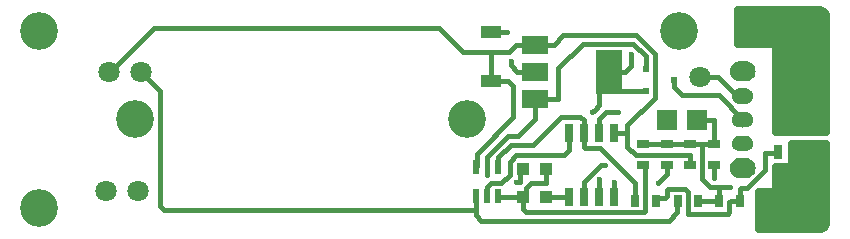
<source format=gbr>
G04 #@! TF.GenerationSoftware,KiCad,Pcbnew,5.1.0-unknown-9e240db~82~ubuntu18.04.1*
G04 #@! TF.CreationDate,2019-04-19T11:17:41+02:00*
G04 #@! TF.ProjectId,VoltMax PWM Board B,566f6c74-4d61-4782-9050-574d20426f61,rev?*
G04 #@! TF.SameCoordinates,Original*
G04 #@! TF.FileFunction,Copper,L2,Bot*
G04 #@! TF.FilePolarity,Positive*
%FSLAX46Y46*%
G04 Gerber Fmt 4.6, Leading zero omitted, Abs format (unit mm)*
G04 Created by KiCad (PCBNEW 5.1.0-unknown-9e240db~82~ubuntu18.04.1) date 2019-04-19 11:17:41*
%MOMM*%
%LPD*%
G04 APERTURE LIST*
%ADD10C,0.100000*%
%ADD11C,3.200000*%
%ADD12C,1.700000*%
%ADD13C,1.300000*%
%ADD14R,4.700000X1.500000*%
%ADD15R,4.200000X3.100000*%
%ADD16R,0.700000X1.150000*%
%ADD17C,4.000000*%
%ADD18R,1.800000X1.800000*%
%ADD19R,1.000000X0.670000*%
%ADD20R,1.000000X1.000000*%
%ADD21R,1.720000X1.120000*%
%ADD22R,0.650000X1.525000*%
%ADD23R,2.200000X3.800000*%
%ADD24R,2.200000X1.500000*%
%ADD25R,0.575000X0.620000*%
%ADD26R,0.670000X1.000000*%
%ADD27R,0.600000X1.200000*%
%ADD28C,1.800000*%
%ADD29C,0.400000*%
%ADD30C,0.400000*%
%ADD31C,0.500000*%
G04 APERTURE END LIST*
D10*
G36*
X176980000Y-105089000D02*
G01*
X177113000Y-105079000D01*
X177242000Y-105047000D01*
X177365000Y-104996000D01*
X177479000Y-104927000D01*
X177580000Y-104840000D01*
X177667000Y-104739000D01*
X177736000Y-104625000D01*
X177787000Y-104502000D01*
X177819000Y-104373000D01*
X177829000Y-104240000D01*
X177819000Y-104107000D01*
X177787000Y-103978000D01*
X177736000Y-103855000D01*
X177667000Y-103741000D01*
X177580000Y-103640000D01*
X177479000Y-103553000D01*
X177365000Y-103484000D01*
X177242000Y-103433000D01*
X177113000Y-103401000D01*
X176980000Y-103391000D01*
X176480000Y-103391000D01*
X176347000Y-103401000D01*
X176218000Y-103433000D01*
X176095000Y-103484000D01*
X175981000Y-103553000D01*
X175880000Y-103640000D01*
X175793000Y-103741000D01*
X175724000Y-103855000D01*
X175673000Y-103978000D01*
X175641000Y-104107000D01*
X175631000Y-104240000D01*
X175641000Y-104373000D01*
X175673000Y-104502000D01*
X175724000Y-104625000D01*
X175793000Y-104739000D01*
X175880000Y-104840000D01*
X175981000Y-104927000D01*
X176095000Y-104996000D01*
X176218000Y-105047000D01*
X176347000Y-105079000D01*
X176480000Y-105089000D01*
X176980000Y-105089000D01*
G37*
G36*
X176980000Y-96889000D02*
G01*
X177113000Y-96879000D01*
X177242000Y-96847000D01*
X177365000Y-96796000D01*
X177479000Y-96727000D01*
X177580000Y-96640000D01*
X177667000Y-96539000D01*
X177736000Y-96425000D01*
X177787000Y-96302000D01*
X177819000Y-96173000D01*
X177829000Y-96040000D01*
X177819000Y-95907000D01*
X177787000Y-95778000D01*
X177736000Y-95655000D01*
X177667000Y-95541000D01*
X177580000Y-95440000D01*
X177479000Y-95353000D01*
X177365000Y-95284000D01*
X177242000Y-95233000D01*
X177113000Y-95201000D01*
X176980000Y-95191000D01*
X176480000Y-95191000D01*
X176347000Y-95201000D01*
X176218000Y-95233000D01*
X176095000Y-95284000D01*
X175981000Y-95353000D01*
X175880000Y-95440000D01*
X175793000Y-95541000D01*
X175724000Y-95655000D01*
X175673000Y-95778000D01*
X175641000Y-95907000D01*
X175631000Y-96040000D01*
X175641000Y-96173000D01*
X175673000Y-96302000D01*
X175724000Y-96425000D01*
X175793000Y-96539000D01*
X175880000Y-96640000D01*
X175981000Y-96727000D01*
X176095000Y-96796000D01*
X176218000Y-96847000D01*
X176347000Y-96879000D01*
X176480000Y-96889000D01*
X176980000Y-96889000D01*
G37*
G36*
X176980000Y-102789000D02*
G01*
X177082000Y-102781000D01*
X177181000Y-102757000D01*
X177275000Y-102718000D01*
X177361000Y-102665000D01*
X177439000Y-102599000D01*
X177505000Y-102521000D01*
X177558000Y-102435000D01*
X177597000Y-102341000D01*
X177621000Y-102242000D01*
X177629000Y-102140000D01*
X177621000Y-102038000D01*
X177597000Y-101939000D01*
X177558000Y-101845000D01*
X177505000Y-101759000D01*
X177439000Y-101681000D01*
X177361000Y-101615000D01*
X177275000Y-101562000D01*
X177181000Y-101523000D01*
X177082000Y-101499000D01*
X176980000Y-101491000D01*
X176480000Y-101491000D01*
X176378000Y-101499000D01*
X176279000Y-101523000D01*
X176185000Y-101562000D01*
X176099000Y-101615000D01*
X176021000Y-101681000D01*
X175955000Y-101759000D01*
X175902000Y-101845000D01*
X175863000Y-101939000D01*
X175839000Y-102038000D01*
X175831000Y-102140000D01*
X175839000Y-102242000D01*
X175863000Y-102341000D01*
X175902000Y-102435000D01*
X175955000Y-102521000D01*
X176021000Y-102599000D01*
X176099000Y-102665000D01*
X176185000Y-102718000D01*
X176279000Y-102757000D01*
X176378000Y-102781000D01*
X176480000Y-102789000D01*
X176980000Y-102789000D01*
G37*
G36*
X176980000Y-100789000D02*
G01*
X177082000Y-100781000D01*
X177181000Y-100757000D01*
X177275000Y-100718000D01*
X177361000Y-100665000D01*
X177439000Y-100599000D01*
X177505000Y-100521000D01*
X177558000Y-100435000D01*
X177597000Y-100341000D01*
X177621000Y-100242000D01*
X177629000Y-100140000D01*
X177621000Y-100038000D01*
X177597000Y-99939000D01*
X177558000Y-99845000D01*
X177505000Y-99759000D01*
X177439000Y-99681000D01*
X177361000Y-99615000D01*
X177275000Y-99562000D01*
X177181000Y-99523000D01*
X177082000Y-99499000D01*
X176980000Y-99491000D01*
X176480000Y-99491000D01*
X176378000Y-99499000D01*
X176279000Y-99523000D01*
X176185000Y-99562000D01*
X176099000Y-99615000D01*
X176021000Y-99681000D01*
X175955000Y-99759000D01*
X175902000Y-99845000D01*
X175863000Y-99939000D01*
X175839000Y-100038000D01*
X175831000Y-100140000D01*
X175839000Y-100242000D01*
X175863000Y-100341000D01*
X175902000Y-100435000D01*
X175955000Y-100521000D01*
X176021000Y-100599000D01*
X176099000Y-100665000D01*
X176185000Y-100718000D01*
X176279000Y-100757000D01*
X176378000Y-100781000D01*
X176480000Y-100789000D01*
X176980000Y-100789000D01*
G37*
G36*
X176980000Y-98789000D02*
G01*
X177082000Y-98781000D01*
X177181000Y-98757000D01*
X177275000Y-98718000D01*
X177361000Y-98665000D01*
X177439000Y-98599000D01*
X177505000Y-98521000D01*
X177558000Y-98435000D01*
X177597000Y-98341000D01*
X177621000Y-98242000D01*
X177629000Y-98140000D01*
X177621000Y-98038000D01*
X177597000Y-97939000D01*
X177558000Y-97845000D01*
X177505000Y-97759000D01*
X177439000Y-97681000D01*
X177361000Y-97615000D01*
X177275000Y-97562000D01*
X177181000Y-97523000D01*
X177082000Y-97499000D01*
X176980000Y-97491000D01*
X176480000Y-97491000D01*
X176378000Y-97499000D01*
X176279000Y-97523000D01*
X176185000Y-97562000D01*
X176099000Y-97615000D01*
X176021000Y-97681000D01*
X175955000Y-97759000D01*
X175902000Y-97845000D01*
X175863000Y-97939000D01*
X175839000Y-98038000D01*
X175831000Y-98140000D01*
X175839000Y-98242000D01*
X175863000Y-98341000D01*
X175902000Y-98435000D01*
X175955000Y-98521000D01*
X176021000Y-98599000D01*
X176099000Y-98665000D01*
X176185000Y-98718000D01*
X176279000Y-98757000D01*
X176378000Y-98781000D01*
X176480000Y-98789000D01*
X176980000Y-98789000D01*
G37*
D11*
X153400000Y-100100000D03*
D12*
X176730000Y-104240000D03*
X176730000Y-96040000D03*
D13*
X176730000Y-102140000D03*
X176730000Y-100140000D03*
X176730000Y-98140000D03*
D14*
X181650000Y-97450000D03*
D15*
X181650000Y-99750000D03*
D16*
X179745000Y-102925000D03*
X181015000Y-102925000D03*
X182285000Y-102925000D03*
X183555000Y-102925000D03*
D17*
X181600000Y-93090000D03*
X181600000Y-107220000D03*
D11*
X117169000Y-107644000D03*
X117169000Y-92643600D03*
X171309000Y-92643600D03*
X125300000Y-100100000D03*
D18*
X170340000Y-100144000D03*
X172880000Y-100144000D03*
D19*
X168300000Y-102225000D03*
X168300000Y-103975000D03*
X170300000Y-102225000D03*
X170300000Y-103975000D03*
X172300000Y-102225000D03*
X172300000Y-103975000D03*
X174300000Y-102225000D03*
X174300000Y-103975000D03*
D20*
X160050000Y-104300000D03*
X158150000Y-104300000D03*
X158150000Y-106700000D03*
X160050000Y-106700000D03*
D21*
X155400000Y-96875000D03*
X155400000Y-92725000D03*
D22*
X165805000Y-101288000D03*
X164535000Y-101288000D03*
X163265000Y-101288000D03*
X161995000Y-101288000D03*
X161995000Y-106712000D03*
X163265000Y-106712000D03*
X164535000Y-106712000D03*
X165805000Y-106712000D03*
D23*
X165450000Y-96100000D03*
D24*
X159150000Y-98400000D03*
X159150000Y-96100000D03*
X159150000Y-93800000D03*
D25*
X170888000Y-96800000D03*
X168512000Y-95850000D03*
X168512000Y-97750000D03*
D26*
X174725000Y-107000000D03*
X176475000Y-107000000D03*
X172975000Y-107000000D03*
X171225000Y-107000000D03*
X169375000Y-107000000D03*
X167625000Y-107000000D03*
D27*
X156050000Y-104150000D03*
X154150000Y-104150000D03*
X154150000Y-106650000D03*
X155100000Y-106650000D03*
X156050000Y-106650000D03*
D28*
X173100000Y-96500000D03*
X125800000Y-96100000D03*
X123100000Y-96100000D03*
X122800000Y-106200000D03*
X125500000Y-106200000D03*
D29*
X166200000Y-99500000D03*
X167316200Y-94592000D03*
X161571400Y-103161200D03*
X179500000Y-109200000D03*
X178100000Y-109200000D03*
X178800000Y-109200000D03*
X178800000Y-108500000D03*
X178100000Y-108500000D03*
X178100000Y-107800000D03*
X178800000Y-107800000D03*
X178100000Y-107100000D03*
X178800000Y-107100000D03*
X178800000Y-106400000D03*
X183800000Y-105000000D03*
X179600000Y-105000000D03*
X179600000Y-104300000D03*
X180300000Y-104300000D03*
X183800000Y-104300000D03*
X183100000Y-104300000D03*
X181700000Y-104300000D03*
X181000000Y-104300000D03*
X182400000Y-104300000D03*
X183100000Y-103600000D03*
X181000000Y-103600000D03*
X181700000Y-103600000D03*
X182400000Y-103600000D03*
X183800000Y-103600000D03*
X182400000Y-102900000D03*
X181000000Y-102900000D03*
X183800000Y-102900000D03*
X181700000Y-102900000D03*
X183100000Y-102900000D03*
X183800000Y-102200000D03*
X183100000Y-102200000D03*
X182400000Y-102200000D03*
X181700000Y-102200000D03*
X181000000Y-102200000D03*
X178100000Y-106400000D03*
X175634150Y-105865850D03*
X157100004Y-95199996D03*
X164000000Y-99500000D03*
X164599982Y-105199979D03*
X179600000Y-95400000D03*
X183800000Y-95400000D03*
X183800000Y-96100000D03*
X183100000Y-96100000D03*
X182400000Y-96100000D03*
X183100000Y-96800000D03*
X182400000Y-96800000D03*
X183800000Y-96800000D03*
X183100000Y-97500000D03*
X183800000Y-97500000D03*
X182400000Y-97500000D03*
X182400000Y-98200000D03*
X182400000Y-98900000D03*
X183800000Y-98200000D03*
X183800000Y-100300000D03*
X183800000Y-99600000D03*
X183800000Y-98900000D03*
X183800000Y-101000000D03*
X180300000Y-101000000D03*
X183100000Y-100300000D03*
X181000000Y-101000000D03*
X182400000Y-100300000D03*
X181000000Y-100300000D03*
X181700000Y-99600000D03*
X183100000Y-101000000D03*
X183100000Y-98200000D03*
X181700000Y-100300000D03*
X181000000Y-99600000D03*
X179600000Y-99600000D03*
X179600000Y-101000000D03*
X182400000Y-101000000D03*
X180300000Y-100300000D03*
X182400000Y-99600000D03*
X180300000Y-99600000D03*
X179600000Y-100300000D03*
X183100000Y-99600000D03*
X183100000Y-98900000D03*
X181700000Y-101000000D03*
X180300000Y-96800000D03*
X181700000Y-98900000D03*
X181700000Y-96800000D03*
X180300000Y-97500000D03*
X181000000Y-98900000D03*
X181700000Y-97500000D03*
X181700000Y-96100000D03*
X180300000Y-98900000D03*
X181000000Y-96800000D03*
X181000000Y-96100000D03*
X179600000Y-97500000D03*
X179600000Y-98900000D03*
X181000000Y-97500000D03*
X181700000Y-98200000D03*
X179600000Y-96100000D03*
X180300000Y-96100000D03*
X179600000Y-96800000D03*
X179600000Y-98200000D03*
X180300000Y-98200000D03*
X181000000Y-98200000D03*
X178400000Y-93700000D03*
X176400000Y-93700000D03*
X177100000Y-93700000D03*
X177750000Y-93700000D03*
X177100000Y-93000000D03*
X178400000Y-93000000D03*
X176400000Y-93000000D03*
X177750000Y-93000000D03*
X177100000Y-92300000D03*
X178400000Y-92300000D03*
X177750000Y-92300000D03*
X176400000Y-92300000D03*
X178400000Y-91600000D03*
X177750000Y-91600000D03*
X177100000Y-91600000D03*
X179100000Y-90900000D03*
X178400000Y-90900000D03*
X176400000Y-91600000D03*
X177750000Y-90900000D03*
X177100000Y-90900000D03*
X176400000Y-90900000D03*
X165801800Y-105446000D03*
X157500000Y-105400000D03*
X156782600Y-92702700D03*
X174300001Y-105064490D03*
X165100000Y-104000000D03*
X169532000Y-105488900D03*
X155100011Y-104799989D03*
D30*
X164535000Y-101288000D02*
X164535000Y-100125500D01*
X165917158Y-99500000D02*
X166200000Y-99500000D01*
X165160500Y-99500000D02*
X165917158Y-99500000D01*
X164535000Y-100125500D02*
X165160500Y-99500000D01*
X156050000Y-106650000D02*
X156100000Y-106700000D01*
X156200000Y-106700000D02*
X158150000Y-106700000D01*
X156100000Y-106700000D02*
X156200000Y-106700000D01*
X158150000Y-106700000D02*
X158286000Y-106700000D01*
X158400000Y-105900000D02*
X158400000Y-106450000D01*
X158800000Y-105500000D02*
X158400000Y-105900000D01*
X160050000Y-104300000D02*
X160050000Y-105500000D01*
X160050000Y-105500000D02*
X158800000Y-105500000D01*
X168460001Y-107900001D02*
X168460001Y-104260001D01*
X168360001Y-108000001D02*
X168460001Y-107900001D01*
X158150000Y-106700000D02*
X158150000Y-107750000D01*
X158150000Y-107750000D02*
X158400000Y-108000001D01*
X158400000Y-108000001D02*
X168360001Y-108000001D01*
X172300000Y-102225000D02*
X171300300Y-102225000D01*
X170300000Y-102225000D02*
X171300300Y-102225000D01*
X170300000Y-102225000D02*
X168300000Y-102225000D01*
X172300000Y-102225000D02*
X174300000Y-102225000D01*
X172936000Y-100200000D02*
X172880000Y-100144000D01*
X174300000Y-102225000D02*
X174300000Y-100200000D01*
X174300000Y-100200000D02*
X172936000Y-100200000D01*
X174600000Y-107000000D02*
X173075000Y-107000000D01*
X174725000Y-105975000D02*
X174834150Y-105865850D01*
X174725000Y-107000000D02*
X174725000Y-105975000D01*
X174834150Y-105865850D02*
X175634150Y-105865850D01*
X161995000Y-102737600D02*
X161571400Y-103161200D01*
X161995000Y-101288000D02*
X161995000Y-102737600D01*
X159150000Y-96100000D02*
X157650000Y-96100000D01*
X157650000Y-96100000D02*
X157100004Y-95550004D01*
X157100004Y-95550004D02*
X157100004Y-95482838D01*
X157100004Y-95482838D02*
X157100004Y-95199996D01*
X166800000Y-96100000D02*
X165450000Y-96100000D01*
X167316200Y-94592000D02*
X167316200Y-95583800D01*
X167316200Y-95583800D02*
X166800000Y-96100000D01*
X165450000Y-97150000D02*
X165450000Y-96100000D01*
X168512000Y-97750000D02*
X166050000Y-97750000D01*
X166050000Y-97750000D02*
X165450000Y-97150000D01*
X164600000Y-96650000D02*
X164600000Y-98900000D01*
X164600000Y-98900000D02*
X164199999Y-99300001D01*
X164199999Y-99300001D02*
X164000000Y-99500000D01*
X173965850Y-105865850D02*
X174834150Y-105865850D01*
X173300000Y-105200000D02*
X173965850Y-105865850D01*
X174300000Y-102225000D02*
X173300000Y-102225000D01*
X173300000Y-102225000D02*
X173300000Y-105200000D01*
X161571400Y-103161200D02*
X157541300Y-103161200D01*
X157000000Y-104818900D02*
X156269200Y-105549700D01*
X156269200Y-105549700D02*
X155386302Y-105549700D01*
X157541300Y-103161200D02*
X157000000Y-103702500D01*
X157000000Y-103702500D02*
X157000000Y-104818900D01*
X155386302Y-105549700D02*
X155100000Y-105836002D01*
X155100000Y-105836002D02*
X155100000Y-106650000D01*
X164600000Y-106647039D02*
X164600000Y-105200000D01*
X179670000Y-103000000D02*
X179745000Y-102925000D01*
X176475000Y-106025000D02*
X176600000Y-105900000D01*
X176475000Y-106800000D02*
X176475000Y-106025000D01*
X176600000Y-105900000D02*
X177068002Y-105900000D01*
X177068002Y-105900000D02*
X178600000Y-104368002D01*
X178600000Y-104368002D02*
X178600000Y-103000000D01*
X178600000Y-103000000D02*
X179670000Y-103000000D01*
X170289999Y-106099999D02*
X170289999Y-106645039D01*
X171860001Y-105999999D02*
X170389999Y-105999999D01*
X170389999Y-105999999D02*
X170289999Y-106099999D01*
X172100000Y-106239998D02*
X171860001Y-105999999D01*
X175740000Y-107000000D02*
X175600000Y-107140000D01*
X170135038Y-106800000D02*
X169475000Y-106800000D01*
X176475000Y-107000000D02*
X175740000Y-107000000D01*
X175600000Y-107140000D02*
X175600000Y-108000000D01*
X170289999Y-106645039D02*
X170135038Y-106800000D01*
X175600000Y-108000000D02*
X175500000Y-108100000D01*
X175500000Y-108100000D02*
X172100000Y-108100000D01*
X172100000Y-108100000D02*
X172100000Y-106239998D01*
X176285000Y-98140000D02*
X176730000Y-98140000D01*
X173100000Y-96500000D02*
X174645000Y-96500000D01*
X174645000Y-96500000D02*
X176285000Y-98140000D01*
X174690000Y-98100000D02*
X176730000Y-100140000D01*
X171600000Y-98100000D02*
X174690000Y-98100000D01*
X170900000Y-96900000D02*
X170900000Y-97400000D01*
X170900000Y-97400000D02*
X171600000Y-98100000D01*
X160100000Y-106700000D02*
X160050000Y-106700000D01*
X161995000Y-106712000D02*
X160112000Y-106712000D01*
X160112000Y-106712000D02*
X160100000Y-106700000D01*
X165805000Y-105449200D02*
X165801800Y-105446000D01*
X165805000Y-106712000D02*
X165805000Y-105449200D01*
X157500000Y-105400000D02*
X157900000Y-105400000D01*
X157900000Y-105400000D02*
X157900000Y-105000000D01*
X157900000Y-104349989D02*
X157900000Y-105000000D01*
X157900000Y-105000000D02*
X157900000Y-105200000D01*
X174300000Y-103975000D02*
X174300001Y-104781648D01*
X174300001Y-104781648D02*
X174300001Y-105064490D01*
X164717158Y-104000000D02*
X164817158Y-104000000D01*
X163265000Y-106712000D02*
X163265000Y-105452158D01*
X163265000Y-105452158D02*
X164717158Y-104000000D01*
X164817158Y-104000000D02*
X165100000Y-104000000D01*
X156779900Y-92700000D02*
X156782600Y-92702700D01*
X155400000Y-92725000D02*
X155425000Y-92700000D01*
X155425000Y-92700000D02*
X156779900Y-92700000D01*
X163265000Y-102450500D02*
X163265000Y-101288000D01*
X163365300Y-102550800D02*
X163265000Y-102450500D01*
X167600000Y-105510035D02*
X164640765Y-102550800D01*
X167725000Y-106800000D02*
X167600000Y-106675000D01*
X164640765Y-102550800D02*
X163365300Y-102550800D01*
X167600000Y-106675000D02*
X167600000Y-105510035D01*
X163265000Y-100201004D02*
X163265000Y-101288000D01*
X156050000Y-103350000D02*
X157100000Y-102300000D01*
X156050000Y-104150000D02*
X156050000Y-103350000D01*
X157100000Y-102300000D02*
X158995498Y-102300000D01*
X161359496Y-99936002D02*
X162999998Y-99936002D01*
X162999998Y-99936002D02*
X163265000Y-100201004D01*
X158995498Y-102300000D02*
X161359496Y-99936002D01*
X170300000Y-104720900D02*
X169532000Y-105488900D01*
X170300000Y-103975000D02*
X170300000Y-104720900D01*
X161100000Y-98400000D02*
X159150000Y-98400000D01*
X161100000Y-95800000D02*
X161100000Y-98400000D01*
X167414200Y-93699600D02*
X163200400Y-93699600D01*
X163200400Y-93699600D02*
X161100000Y-95800000D01*
X168512000Y-95850000D02*
X168512000Y-94797400D01*
X168512000Y-94797400D02*
X167414200Y-93699600D01*
X155100011Y-104517147D02*
X155100011Y-104799989D01*
X155100011Y-103299987D02*
X155100011Y-104517147D01*
X156899998Y-101500000D02*
X155100011Y-103299987D01*
X157700000Y-101500000D02*
X156899998Y-101500000D01*
X159150000Y-98400000D02*
X159150000Y-100050000D01*
X159150000Y-100050000D02*
X157700000Y-101500000D01*
X159150000Y-93800000D02*
X157549700Y-93800000D01*
X155400000Y-94384900D02*
X155400000Y-96875000D01*
X155400000Y-94384900D02*
X156964800Y-94384900D01*
X156964800Y-94384900D02*
X157549700Y-93800000D01*
X166966500Y-101288000D02*
X166966500Y-102446500D01*
X166966500Y-102446500D02*
X167659700Y-103139700D01*
X167659700Y-103139700D02*
X172300000Y-103139700D01*
X160750300Y-93800000D02*
X161551000Y-92999300D01*
X161551000Y-92999300D02*
X167715600Y-92999300D01*
X167715600Y-92999300D02*
X169299800Y-94583500D01*
X169299800Y-94583500D02*
X169299800Y-98271200D01*
X169299800Y-98271200D02*
X166966500Y-100604500D01*
X166966500Y-100604500D02*
X166966500Y-101288000D01*
X166966500Y-101288000D02*
X165805000Y-101288000D01*
X172300000Y-103975000D02*
X172300000Y-103139700D01*
X159150000Y-93800000D02*
X160750300Y-93800000D01*
X156875000Y-96875000D02*
X155400000Y-96875000D01*
X154150000Y-104150000D02*
X154200000Y-104100000D01*
X157300000Y-97300000D02*
X156875000Y-96875000D01*
X157300000Y-99920072D02*
X157300000Y-97300000D01*
X154200000Y-103020072D02*
X157300000Y-99920072D01*
X154200000Y-104100000D02*
X154200000Y-103020072D01*
X127800000Y-92400000D02*
X126900000Y-92400000D01*
X127813410Y-92386590D02*
X127800000Y-92400000D01*
X126900000Y-92400000D02*
X123200000Y-96100000D01*
X155400000Y-94384900D02*
X153034586Y-94384900D01*
X151036276Y-92386590D02*
X127813410Y-92386590D01*
X153034586Y-94384900D02*
X151036276Y-92386590D01*
X154150000Y-106650000D02*
X154150000Y-107750300D01*
X171200000Y-108000000D02*
X171200000Y-106875000D01*
X170499988Y-108700012D02*
X171200000Y-108000000D01*
X154600012Y-108700012D02*
X170499988Y-108700012D01*
X154150000Y-107750300D02*
X154150000Y-108250000D01*
X154150000Y-108250000D02*
X154600012Y-108700012D01*
X154149700Y-107750300D02*
X154150000Y-107750300D01*
X127423090Y-97723090D02*
X127423090Y-107459776D01*
X154100000Y-107800000D02*
X154149700Y-107750300D01*
X125800000Y-96100000D02*
X127423090Y-97723090D01*
X154096610Y-107796610D02*
X154100000Y-107800000D01*
X127423090Y-107459776D02*
X127759924Y-107796610D01*
X127759924Y-107796610D02*
X154096610Y-107796610D01*
D31*
G36*
X183271097Y-90786278D02*
G01*
X183415306Y-90829798D01*
X183548321Y-90900502D01*
X183665061Y-90995689D01*
X183761095Y-91111745D01*
X183832758Y-91244245D01*
X183877319Y-91388135D01*
X183896101Y-91566618D01*
X183896100Y-101250000D01*
X179450000Y-101250000D01*
X179450000Y-94100000D01*
X179445196Y-94051227D01*
X179430970Y-94004329D01*
X179407867Y-93961107D01*
X179376777Y-93923223D01*
X179338893Y-93892133D01*
X179295671Y-93869030D01*
X179248773Y-93854804D01*
X179200000Y-93850000D01*
X176250000Y-93850000D01*
X176250000Y-90768600D01*
X183090577Y-90768600D01*
X183271097Y-90786278D01*
X183271097Y-90786278D01*
G37*
X183271097Y-90786278D02*
X183415306Y-90829798D01*
X183548321Y-90900502D01*
X183665061Y-90995689D01*
X183761095Y-91111745D01*
X183832758Y-91244245D01*
X183877319Y-91388135D01*
X183896101Y-91566618D01*
X183896100Y-101250000D01*
X179450000Y-101250000D01*
X179450000Y-94100000D01*
X179445196Y-94051227D01*
X179430970Y-94004329D01*
X179407867Y-93961107D01*
X179376777Y-93923223D01*
X179338893Y-93892133D01*
X179295671Y-93869030D01*
X179248773Y-93854804D01*
X179200000Y-93850000D01*
X176250000Y-93850000D01*
X176250000Y-90768600D01*
X183090577Y-90768600D01*
X183271097Y-90786278D01*
G36*
X183896100Y-106324303D02*
G01*
X183896101Y-106324313D01*
X183896100Y-108713066D01*
X183878421Y-108893595D01*
X183834901Y-109037805D01*
X183764199Y-109170817D01*
X183669009Y-109287561D01*
X183552954Y-109383594D01*
X183420452Y-109455259D01*
X183276565Y-109499819D01*
X183098091Y-109518600D01*
X178050000Y-109518600D01*
X178050000Y-106150000D01*
X179200000Y-106150000D01*
X179248773Y-106145196D01*
X179295671Y-106130970D01*
X179338893Y-106107867D01*
X179376777Y-106076777D01*
X179407867Y-106038893D01*
X179430970Y-105995671D01*
X179445196Y-105948773D01*
X179450000Y-105900000D01*
X179450000Y-104052661D01*
X180095000Y-104052661D01*
X180122018Y-104050000D01*
X180600000Y-104050000D01*
X180648773Y-104045196D01*
X180695671Y-104030970D01*
X180738893Y-104007867D01*
X180776777Y-103976777D01*
X180807867Y-103938893D01*
X180830970Y-103895671D01*
X180845196Y-103848773D01*
X180850000Y-103800000D01*
X180850000Y-102150000D01*
X183896100Y-102150000D01*
X183896100Y-106324303D01*
X183896100Y-106324303D01*
G37*
X183896100Y-106324303D02*
X183896101Y-106324313D01*
X183896100Y-108713066D01*
X183878421Y-108893595D01*
X183834901Y-109037805D01*
X183764199Y-109170817D01*
X183669009Y-109287561D01*
X183552954Y-109383594D01*
X183420452Y-109455259D01*
X183276565Y-109499819D01*
X183098091Y-109518600D01*
X178050000Y-109518600D01*
X178050000Y-106150000D01*
X179200000Y-106150000D01*
X179248773Y-106145196D01*
X179295671Y-106130970D01*
X179338893Y-106107867D01*
X179376777Y-106076777D01*
X179407867Y-106038893D01*
X179430970Y-105995671D01*
X179445196Y-105948773D01*
X179450000Y-105900000D01*
X179450000Y-104052661D01*
X180095000Y-104052661D01*
X180122018Y-104050000D01*
X180600000Y-104050000D01*
X180648773Y-104045196D01*
X180695671Y-104030970D01*
X180738893Y-104007867D01*
X180776777Y-103976777D01*
X180807867Y-103938893D01*
X180830970Y-103895671D01*
X180845196Y-103848773D01*
X180850000Y-103800000D01*
X180850000Y-102150000D01*
X183896100Y-102150000D01*
X183896100Y-106324303D01*
M02*

</source>
